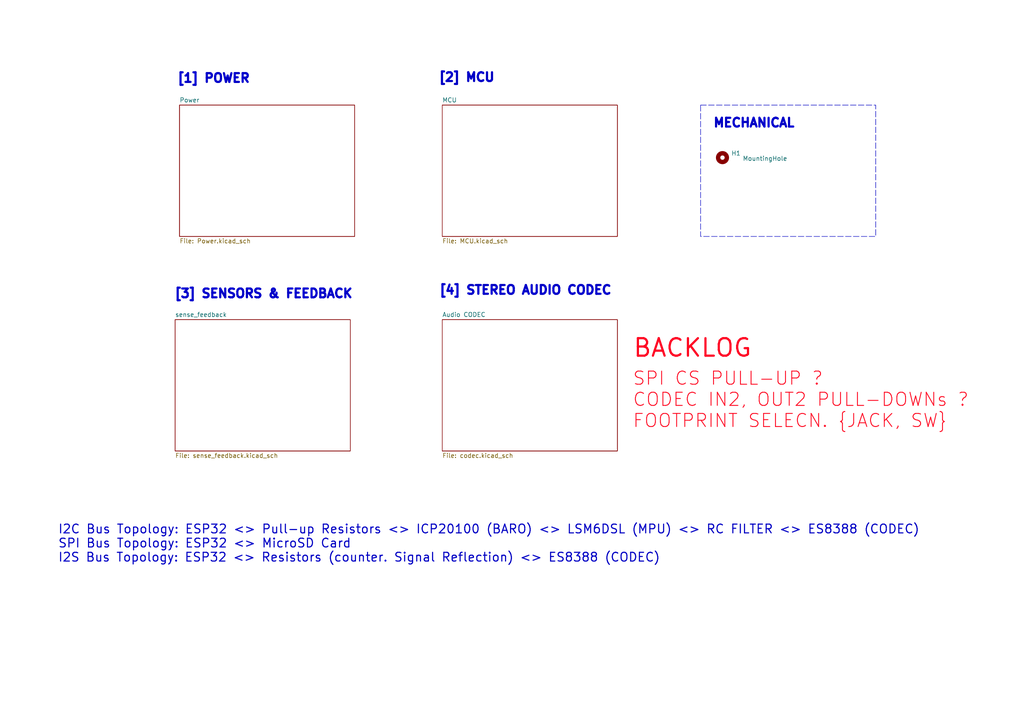
<source format=kicad_sch>
(kicad_sch (version 20231120) (generator "eeschema") (generator_version "8.0")
  (paper "A4")
  (lib_symbols
    (symbol "Mechanical:MountingHole" (pin_names (offset 1.016)) (exclude_from_sim yes) (in_bom no)
      (property "Reference" "H" (at 0 5.08 0))
      (property "Value" "MountingHole" (at 0 3.175 0))
      (symbol "MountingHole_0_1"
        (circle (center 0 0) (radius 1.27) (stroke (width 1.27)))
      )
    )
  )
  (rectangle (start 203.2 30.48) (end 254 68.58) (stroke (width 0) (type dash)))
  (text "MECHANICAL" (at 218.694 35.814 0) (effects (font (size 2.54 2.54) (thickness 0.762) (bold yes))))
  (text "SPI CS PULL-UP ?\nCODEC IN2, OUT2 PULL-DOWNs ?\nFOOTPRINT SELECN. {JACK, SW}" (at 183.388 116.078 0) (effects (font (size 3.81 3.81) (thickness 0.254) (bold yes)) (justify left)))
  (text "[2] MCU\n" (at 135.382 22.606 0) (effects (font (size 2.54 2.54) (thickness 0.762) (bold yes))))
  (text "[4] STEREO AUDIO CODEC\n\n" (at 152.4 86.36 0) (effects (font (size 2.54 2.54) (thickness 0.762) (bold yes))))
  (text "I2C Bus Topology: ESP32 <> Pull-up Resistors <> ICP20100 (BARO) <> LSM6DSL (MPU) <> RC FILTER <> ES8388 (CODEC)\nSPI Bus Topology: ESP32 <> MicroSD Card\nI2S Bus Topology: ESP32 <> Resistors (counter. Signal Reflection) <> ES8388 (CODEC)" (at 16.764 157.734 0) (effects (font (size 2.54 2.54) (thickness 0.3175)) (justify left)))
  (text "[1] POWER" (at 61.976 22.86 0) (effects (font (size 2.54 2.54) (thickness 0.762) (bold yes))))
  (text "[3] SENSORS & FEEDBACK\n\n" (at 76.454 87.376 0) (effects (font (size 2.54 2.54) (thickness 0.762) (bold yes))))
  (text "BACKLOG" (at 183.388 101.092 0) (effects (font (size 5.08 5.08) (thickness 0.635)) (justify left)))
  (symbol (lib_id "Mechanical:MountingHole") (at 209.55 45.72 0) (unit 1) (exclude_from_sim yes) (in_bom no)
    (property "Reference" "H1" (at 212.09 44.4499 0) (effects (justify left)))
    (property "Value" "MountingHole" (at 215.392 45.974 0) (effects (justify left)))
    (property "Footprint" "MountingHole:MountingHole_3.5mm" (effects (hide yes)))
    (property "Description" "Mounting Hole without connection" (effects (hide yes)))
  )
  (sheet (at 128.27 30.48) (size 50.8 38.1) (stroke (width 0.1524))
    (property "Sheetname" "MCU" (at 128.27 29.7684 0) (effects (justify left bottom)))
    (property "Sheetfile" "MCU.kicad_sch" (at 128.27 69.1646 0) (effects (justify left top)))
  )
  (sheet (at 50.8 92.71) (size 50.8 38.1) (stroke (width 0.1524))
    (property "Sheetname" "sense_feedback" (at 50.8 91.9984 0) (effects (justify left bottom)))
    (property "Sheetfile" "sense_feedback.kicad_sch" (at 50.8 131.3946 0) (effects (justify left top)))
  )
  (sheet (at 128.27 92.71) (size 50.8 38.1) (stroke (width 0.1524))
    (property "Sheetname" "Audio CODEC" (at 128.27 91.9984 0) (effects (justify left bottom)))
    (property "Sheetfile" "codec.kicad_sch" (at 128.27 131.3946 0) (effects (justify left top)))
  )
  (sheet (at 52.07 30.48) (size 50.8 38.1) (stroke (width 0.1524))
    (property "Sheetname" "Power" (at 52.07 29.7684 0) (effects (justify left bottom)))
    (property "Sheetfile" "Power.kicad_sch" (at 52.07 69.1646 0) (effects (justify left top)))
  )
)
</source>
